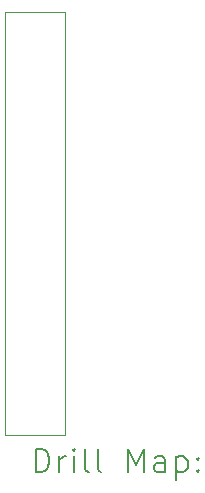
<source format=gbr>
%TF.GenerationSoftware,KiCad,Pcbnew,8.0.4*%
%TF.CreationDate,2025-01-23T20:50:56-05:00*%
%TF.ProjectId,pwm_power,70776d5f-706f-4776-9572-2e6b69636164,1*%
%TF.SameCoordinates,Original*%
%TF.FileFunction,Drillmap*%
%TF.FilePolarity,Positive*%
%FSLAX45Y45*%
G04 Gerber Fmt 4.5, Leading zero omitted, Abs format (unit mm)*
G04 Created by KiCad (PCBNEW 8.0.4) date 2025-01-23 20:50:56*
%MOMM*%
%LPD*%
G01*
G04 APERTURE LIST*
%ADD10C,0.050000*%
%ADD11C,0.200000*%
G04 APERTURE END LIST*
D10*
X6731000Y-2272000D02*
X6223000Y-2272000D01*
X6223000Y-2272000D02*
X6223000Y-5853000D01*
X6733000Y-5854000D02*
X6731000Y-2272000D01*
X6223000Y-5853000D02*
X6733000Y-5854000D01*
D11*
X6481277Y-6167984D02*
X6481277Y-5967984D01*
X6481277Y-5967984D02*
X6528896Y-5967984D01*
X6528896Y-5967984D02*
X6557467Y-5977508D01*
X6557467Y-5977508D02*
X6576515Y-5996555D01*
X6576515Y-5996555D02*
X6586039Y-6015603D01*
X6586039Y-6015603D02*
X6595562Y-6053698D01*
X6595562Y-6053698D02*
X6595562Y-6082269D01*
X6595562Y-6082269D02*
X6586039Y-6120365D01*
X6586039Y-6120365D02*
X6576515Y-6139412D01*
X6576515Y-6139412D02*
X6557467Y-6158460D01*
X6557467Y-6158460D02*
X6528896Y-6167984D01*
X6528896Y-6167984D02*
X6481277Y-6167984D01*
X6681277Y-6167984D02*
X6681277Y-6034650D01*
X6681277Y-6072746D02*
X6690801Y-6053698D01*
X6690801Y-6053698D02*
X6700324Y-6044174D01*
X6700324Y-6044174D02*
X6719372Y-6034650D01*
X6719372Y-6034650D02*
X6738420Y-6034650D01*
X6805086Y-6167984D02*
X6805086Y-6034650D01*
X6805086Y-5967984D02*
X6795562Y-5977508D01*
X6795562Y-5977508D02*
X6805086Y-5987031D01*
X6805086Y-5987031D02*
X6814610Y-5977508D01*
X6814610Y-5977508D02*
X6805086Y-5967984D01*
X6805086Y-5967984D02*
X6805086Y-5987031D01*
X6928896Y-6167984D02*
X6909848Y-6158460D01*
X6909848Y-6158460D02*
X6900324Y-6139412D01*
X6900324Y-6139412D02*
X6900324Y-5967984D01*
X7033658Y-6167984D02*
X7014610Y-6158460D01*
X7014610Y-6158460D02*
X7005086Y-6139412D01*
X7005086Y-6139412D02*
X7005086Y-5967984D01*
X7262229Y-6167984D02*
X7262229Y-5967984D01*
X7262229Y-5967984D02*
X7328896Y-6110841D01*
X7328896Y-6110841D02*
X7395562Y-5967984D01*
X7395562Y-5967984D02*
X7395562Y-6167984D01*
X7576515Y-6167984D02*
X7576515Y-6063222D01*
X7576515Y-6063222D02*
X7566991Y-6044174D01*
X7566991Y-6044174D02*
X7547943Y-6034650D01*
X7547943Y-6034650D02*
X7509848Y-6034650D01*
X7509848Y-6034650D02*
X7490801Y-6044174D01*
X7576515Y-6158460D02*
X7557467Y-6167984D01*
X7557467Y-6167984D02*
X7509848Y-6167984D01*
X7509848Y-6167984D02*
X7490801Y-6158460D01*
X7490801Y-6158460D02*
X7481277Y-6139412D01*
X7481277Y-6139412D02*
X7481277Y-6120365D01*
X7481277Y-6120365D02*
X7490801Y-6101317D01*
X7490801Y-6101317D02*
X7509848Y-6091793D01*
X7509848Y-6091793D02*
X7557467Y-6091793D01*
X7557467Y-6091793D02*
X7576515Y-6082269D01*
X7671753Y-6034650D02*
X7671753Y-6234650D01*
X7671753Y-6044174D02*
X7690801Y-6034650D01*
X7690801Y-6034650D02*
X7728896Y-6034650D01*
X7728896Y-6034650D02*
X7747943Y-6044174D01*
X7747943Y-6044174D02*
X7757467Y-6053698D01*
X7757467Y-6053698D02*
X7766991Y-6072746D01*
X7766991Y-6072746D02*
X7766991Y-6129888D01*
X7766991Y-6129888D02*
X7757467Y-6148936D01*
X7757467Y-6148936D02*
X7747943Y-6158460D01*
X7747943Y-6158460D02*
X7728896Y-6167984D01*
X7728896Y-6167984D02*
X7690801Y-6167984D01*
X7690801Y-6167984D02*
X7671753Y-6158460D01*
X7852705Y-6148936D02*
X7862229Y-6158460D01*
X7862229Y-6158460D02*
X7852705Y-6167984D01*
X7852705Y-6167984D02*
X7843182Y-6158460D01*
X7843182Y-6158460D02*
X7852705Y-6148936D01*
X7852705Y-6148936D02*
X7852705Y-6167984D01*
X7852705Y-6044174D02*
X7862229Y-6053698D01*
X7862229Y-6053698D02*
X7852705Y-6063222D01*
X7852705Y-6063222D02*
X7843182Y-6053698D01*
X7843182Y-6053698D02*
X7852705Y-6044174D01*
X7852705Y-6044174D02*
X7852705Y-6063222D01*
M02*

</source>
